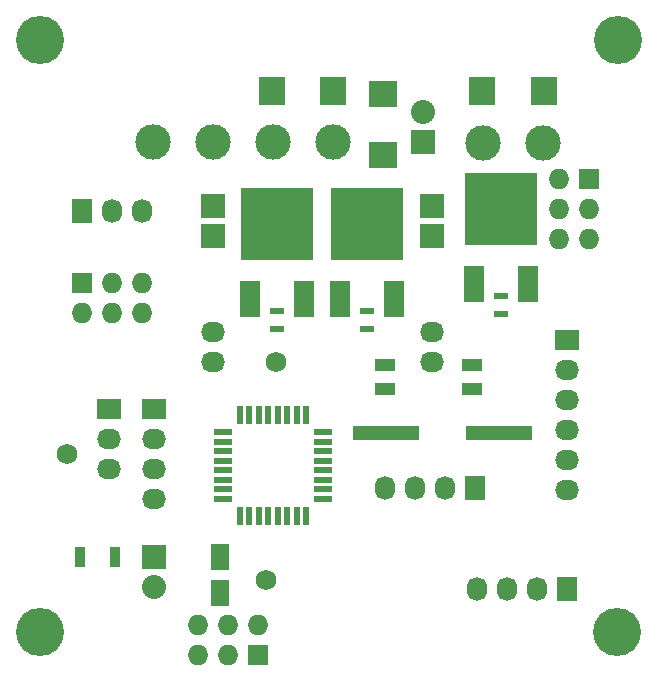
<source format=gbr>
G04 #@! TF.FileFunction,Soldermask,Top*
%FSLAX46Y46*%
G04 Gerber Fmt 4.6, Leading zero omitted, Abs format (unit mm)*
G04 Created by KiCad (PCBNEW 4.0.2+dfsg1-stable) date Thu 14 Apr 2016 07:40:31 AM EDT*
%MOMM*%
G01*
G04 APERTURE LIST*
%ADD10C,0.100000*%
%ADD11R,1.750000X1.000000*%
%ADD12R,1.250000X0.500000*%
%ADD13R,5.600000X1.200000*%
%ADD14R,5.600700X1.200000*%
%ADD15R,1.600000X0.550000*%
%ADD16R,0.550000X1.600000*%
%ADD17R,1.600200X2.199640*%
%ADD18R,2.032000X2.032000*%
%ADD19O,2.032000X2.032000*%
%ADD20R,1.727200X2.032000*%
%ADD21O,1.727200X2.032000*%
%ADD22R,2.032000X1.727200*%
%ADD23O,2.032000X1.727200*%
%ADD24R,1.727200X1.727200*%
%ADD25O,1.727200X1.727200*%
%ADD26R,1.651000X3.048000*%
%ADD27R,6.096000X6.096000*%
%ADD28R,0.900000X1.700000*%
%ADD29C,3.000000*%
%ADD30R,2.300000X2.400000*%
%ADD31R,2.400000X2.300000*%
%ADD32C,4.064000*%
%ADD33C,1.750000*%
G04 APERTURE END LIST*
D10*
D11*
X40513000Y24654000D03*
X40513000Y26654000D03*
X33147000Y24654000D03*
X33147000Y26654000D03*
D12*
X42926000Y31012000D03*
X42926000Y32512000D03*
X31623000Y29755400D03*
X31623000Y31255400D03*
X24003000Y29730000D03*
X24003000Y31230000D03*
D13*
X33223000Y20955000D03*
D14*
X42723000Y20955000D03*
D15*
X27872000Y15361000D03*
X27872000Y16161000D03*
X27872000Y16961000D03*
X27872000Y17761000D03*
X27872000Y18561000D03*
X27872000Y19361000D03*
X27872000Y20161000D03*
X27872000Y20961000D03*
D16*
X26422000Y22411000D03*
X25622000Y22411000D03*
X24822000Y22411000D03*
X24022000Y22411000D03*
X23222000Y22411000D03*
X22422000Y22411000D03*
X21622000Y22411000D03*
X20822000Y22411000D03*
D15*
X19372000Y20961000D03*
X19372000Y20161000D03*
X19372000Y19361000D03*
X19372000Y18561000D03*
X19372000Y17761000D03*
X19372000Y16961000D03*
X19372000Y16161000D03*
X19372000Y15361000D03*
D16*
X20822000Y13911000D03*
X21622000Y13911000D03*
X22422000Y13911000D03*
X23222000Y13911000D03*
X24022000Y13911000D03*
X24822000Y13911000D03*
X25622000Y13911000D03*
X26422000Y13911000D03*
D17*
X19177000Y10391140D03*
X19177000Y7388860D03*
D18*
X13589000Y10414000D03*
D19*
X13589000Y7874000D03*
D20*
X48514000Y7747000D03*
D21*
X45974000Y7747000D03*
X43434000Y7747000D03*
X40894000Y7747000D03*
D22*
X13585968Y22920348D03*
D23*
X13585968Y20380348D03*
X13585968Y17840348D03*
X13585968Y15300348D03*
D22*
X48514000Y28828999D03*
D23*
X48514000Y26288999D03*
X48514000Y23748999D03*
X48514000Y21208999D03*
X48514000Y18668999D03*
X48514000Y16128999D03*
D20*
X7493001Y39751000D03*
D21*
X10033001Y39751000D03*
X12573001Y39751000D03*
D22*
X9779000Y22920348D03*
D23*
X9779000Y20380348D03*
X9779000Y17840348D03*
D20*
X40766999Y16256000D03*
D21*
X38226999Y16256000D03*
X35686999Y16256000D03*
X33146999Y16256000D03*
D24*
X7493000Y33655000D03*
D25*
X7493000Y31115000D03*
X10033000Y33655000D03*
X10033000Y31115000D03*
X12573000Y33655000D03*
X12573000Y31115000D03*
D26*
X21717000Y32258000D03*
D27*
X24003000Y38608000D03*
D26*
X26289000Y32258000D03*
X29337000Y32258000D03*
D27*
X31623000Y38608000D03*
D26*
X33909000Y32258000D03*
X40640000Y33528000D03*
D27*
X42926000Y39878000D03*
D26*
X45212000Y33528000D03*
D28*
X7313000Y10414000D03*
X10213000Y10414000D03*
D29*
X23622000Y45593000D03*
X28702000Y45593000D03*
X13462000Y45593000D03*
X18542000Y45593000D03*
D24*
X50419000Y42418000D03*
D25*
X47879000Y42418000D03*
X50419000Y39878000D03*
X47879000Y39878000D03*
X50419000Y37338000D03*
X47879000Y37338000D03*
D24*
X22352000Y2159000D03*
D25*
X22352000Y4699000D03*
X19812000Y2159000D03*
X19812000Y4699000D03*
X17272000Y2159000D03*
X17272000Y4699000D03*
D23*
X18542000Y26924000D03*
X18542000Y29464000D03*
X37084000Y29464000D03*
D18*
X18542000Y40132000D03*
X37084000Y40132000D03*
D23*
X37084000Y26924000D03*
D18*
X18542000Y37592000D03*
X37084000Y37592000D03*
D30*
X28736600Y49860200D03*
X23536600Y49860200D03*
D31*
X32943800Y49657000D03*
X32943800Y44457000D03*
D30*
X46567400Y49911000D03*
X41367400Y49911000D03*
D18*
X36322000Y45593000D03*
D19*
X36322000Y48133000D03*
D29*
X41402000Y45466000D03*
X46482000Y45466000D03*
D32*
X3875000Y4089400D03*
X52755800Y4089400D03*
X3875000Y54203000D03*
X52875000Y54203000D03*
D33*
X6175000Y19103000D03*
X23075000Y8503000D03*
X23875000Y26903000D03*
M02*

</source>
